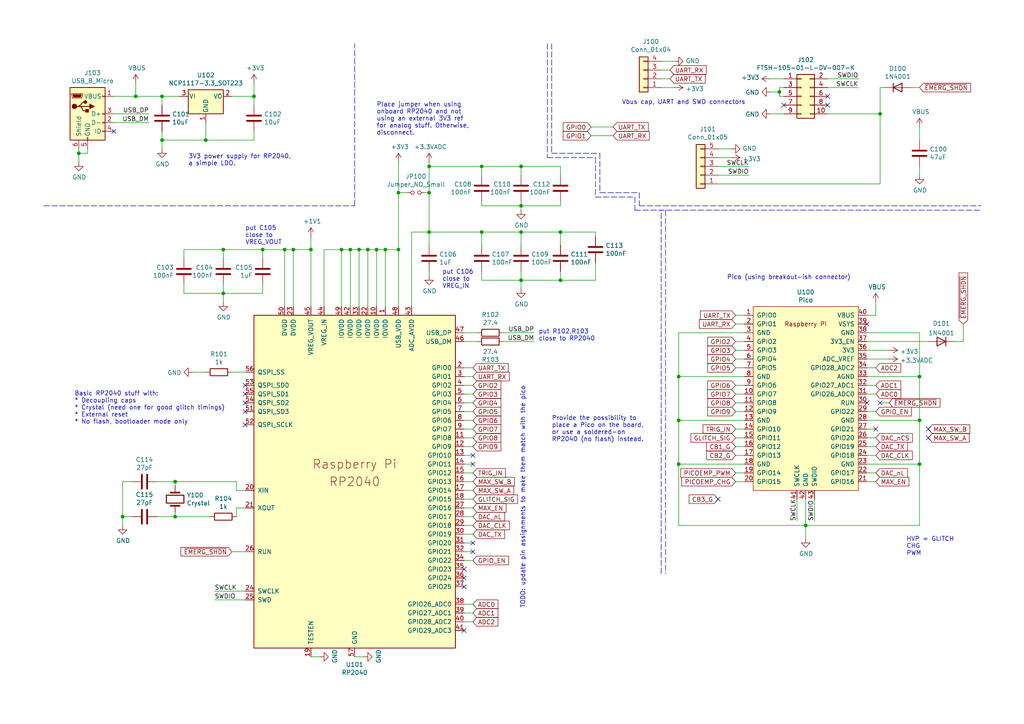
<source format=kicad_sch>
(kicad_sch (version 20211123) (generator eeschema)
  (paper "A4")
  (lib_symbols
    (symbol "Connector:USB_B_Micro" (pin_names (offset 1.016))
      (property "Reference" "J" (at -5.08 11.43 0))
      (property "Value" "USB_B_Micro" (at -5.08 8.89 0))
      (symbol "USB_B_Micro_1_1"
        (pin power_out line (at 7.62 5.08 180) (length 2.54) (name "VBUS") (number "1"))
        (pin bidirectional line (at 7.62 -2.54 180) (length 2.54) (name "D-") (number "2"))
        (pin bidirectional line (at 7.62 0 180) (length 2.54) (name "D+") (number "3"))
        (pin passive line (at 7.62 -5.08 180) (length 2.54) (name "ID") (number "4"))
        (pin power_out line (at 0 -10.16 90) (length 2.54) (name "GND") (number "5"))
        (pin passive line (at -2.54 -10.16 90) (length 2.54) (name "Shield") (number "6"))
      )
    )
    (symbol "Connector_Generic:Conn_01x04" (pin_names (offset 1.016) hide)
      (property "Reference" "J" (at 0 5.08 0))
      (property "Value" "Conn_01x04" (at 0 -7.62 0))
      (symbol "Conn_01x04_1_1"
        (pin passive line (at -5.08 2.54 0) (length 3.81) (name "Pin_1") (number "1"))
        (pin passive line (at -5.08 0 0) (length 3.81) (name "Pin_2") (number "2"))
        (pin passive line (at -5.08 -2.54 0) (length 3.81) (name "Pin_3") (number "3"))
        (pin passive line (at -5.08 -5.08 0) (length 3.81) (name "Pin_4") (number "4"))
      )
    )
    (symbol "Connector_Generic:Conn_01x05" (pin_names (offset 1.016) hide)
      (property "Reference" "J" (at 0 7.62 0))
      (property "Value" "Conn_01x05" (at 0 -7.62 0))
      (symbol "Conn_01x05_1_1"
        (pin passive line (at -5.08 5.08 0) (length 3.81) (name "Pin_1") (number "1"))
        (pin passive line (at -5.08 2.54 0) (length 3.81) (name "Pin_2") (number "2"))
        (pin passive line (at -5.08 0 0) (length 3.81) (name "Pin_3") (number "3"))
        (pin passive line (at -5.08 -2.54 0) (length 3.81) (name "Pin_4") (number "4"))
        (pin passive line (at -5.08 -5.08 0) (length 3.81) (name "Pin_5") (number "5"))
      )
    )
    (symbol "Connector_Generic:Conn_02x05_Odd_Even" (pin_names (offset 1.016) hide)
      (property "Reference" "J" (at 1.27 7.62 0))
      (property "Value" "Conn_02x05_Odd_Even" (at 1.27 -7.62 0))
      (symbol "Conn_02x05_Odd_Even_1_1"
        (pin passive line (at -5.08 5.08 0) (length 3.81) (name "Pin_1") (number "1"))
        (pin passive line (at 7.62 -5.08 180) (length 3.81) (name "Pin_10") (number "10"))
        (pin passive line (at 7.62 5.08 180) (length 3.81) (name "Pin_2") (number "2"))
        (pin passive line (at -5.08 2.54 0) (length 3.81) (name "Pin_3") (number "3"))
        (pin passive line (at 7.62 2.54 180) (length 3.81) (name "Pin_4") (number "4"))
        (pin passive line (at -5.08 0 0) (length 3.81) (name "Pin_5") (number "5"))
        (pin passive line (at 7.62 0 180) (length 3.81) (name "Pin_6") (number "6"))
        (pin passive line (at -5.08 -2.54 0) (length 3.81) (name "Pin_7") (number "7"))
        (pin passive line (at 7.62 -2.54 180) (length 3.81) (name "Pin_8") (number "8"))
        (pin passive line (at -5.08 -5.08 0) (length 3.81) (name "Pin_9") (number "9"))
      )
    )
    (symbol "Device:C" (pin_numbers hide) (pin_names (offset 0.254))
      (property "Reference" "C" (at 0.635 2.54 0))
      (property "Value" "C" (at 0.635 -2.54 0))
      (symbol "C_1_1"
        (pin passive line (at 0 3.81 270) (length 2.794) (name "~") (number "1"))
        (pin passive line (at 0 -3.81 90) (length 2.794) (name "~") (number "2"))
      )
    )
    (symbol "Device:Crystal" (pin_numbers hide) (pin_names (offset 1.016) hide)
      (property "Reference" "Y" (at 0 3.81 0))
      (property "Value" "Crystal" (at 0 -3.81 0))
      (symbol "Crystal_1_1"
        (pin passive line (at -3.81 0 0) (length 1.27) (name "1") (number "1"))
        (pin passive line (at 3.81 0 180) (length 1.27) (name "2") (number "2"))
      )
    )
    (symbol "Device:D" (pin_numbers hide) (pin_names (offset 1.016) hide)
      (property "Reference" "D" (at 0 2.54 0))
      (property "Value" "D" (at 0 -2.54 0))
      (symbol "D_1_1"
        (pin passive line (at -3.81 0 0) (length 2.54) (name "K") (number "1"))
        (pin passive line (at 3.81 0 180) (length 2.54) (name "A") (number "2"))
      )
    )
    (symbol "Device:Jumper_NO_Small" (pin_numbers hide) (pin_names (offset 0.762) hide)
      (property "Reference" "JP" (at 0 2.032 0))
      (property "Value" "Device_Jumper_NO_Small" (at 0.254 -1.524 0))
      (symbol "Jumper_NO_Small_0_1"
        (pin passive line (at -2.54 0 0) (length 1.016) (name "1") (number "1"))
        (pin passive line (at 2.54 0 180) (length 1.016) (name "2") (number "2"))
      )
    )
    (symbol "Device:R" (pin_numbers hide) (pin_names (offset 0))
      (property "Reference" "R" (at 2.032 0 90))
      (property "Value" "R" (at 0 0 90))
      (symbol "R_1_1"
        (pin passive line (at 0 3.81 270) (length 1.27) (name "~") (number "1"))
        (pin passive line (at 0 -3.81 90) (length 1.27) (name "~") (number "2"))
      )
    )
    (symbol "Diode:1N4001" (pin_numbers hide) (pin_names (offset 1.016) hide)
      (property "Reference" "D" (at 0 2.54 0))
      (property "Value" "1N4001" (at 0 -2.54 0))
      (symbol "1N4001_1_1"
        (pin passive line (at -3.81 0 0) (length 2.54) (name "K") (number "1"))
        (pin passive line (at 3.81 0 180) (length 2.54) (name "A") (number "2"))
      )
    )
    (symbol "MCU_RaspberryPi_and_Boards:Pico" (pin_names (offset 1.016))
      (property "Reference" "U" (at -13.97 27.94 0))
      (property "Value" "Pico" (at 0 19.05 0))
      (symbol "Pico_0_0"
        (text "Raspberry Pi" (at 0 21.59 0) (effects (font (size 1.27 1.27))))
      )
      (symbol "Pico_1_1"
        (pin bidirectional line (at -17.78 24.13 0) (length 2.54) (name "GPIO0") (number "1"))
        (pin bidirectional line (at -17.78 1.27 0) (length 2.54) (name "GPIO7") (number "10"))
        (pin bidirectional line (at -17.78 -1.27 0) (length 2.54) (name "GPIO8") (number "11"))
        (pin bidirectional line (at -17.78 -3.81 0) (length 2.54) (name "GPIO9") (number "12"))
        (pin power_in line (at -17.78 -6.35 0) (length 2.54) (name "GND") (number "13"))
        (pin bidirectional line (at -17.78 -8.89 0) (length 2.54) (name "GPIO10") (number "14"))
        (pin bidirectional line (at -17.78 -11.43 0) (length 2.54) (name "GPIO11") (number "15"))
        (pin bidirectional line (at -17.78 -13.97 0) (length 2.54) (name "GPIO12") (number "16"))
        (pin bidirectional line (at -17.78 -16.51 0) (length 2.54) (name "GPIO13") (number "17"))
        (pin power_in line (at -17.78 -19.05 0) (length 2.54) (name "GND") (number "18"))
        (pin bidirectional line (at -17.78 -21.59 0) (length 2.54) (name "GPIO14") (number "19"))
        (pin bidirectional line (at -17.78 21.59 0) (length 2.54) (name "GPIO1") (number "2"))
        (pin bidirectional line (at -17.78 -24.13 0) (length 2.54) (name "GPIO15") (number "20"))
        (pin bidirectional line (at 17.78 -24.13 180) (length 2.54) (name "GPIO16") (number "21"))
        (pin bidirectional line (at 17.78 -21.59 180) (length 2.54) (name "GPIO17") (number "22"))
        (pin power_in line (at 17.78 -19.05 180) (length 2.54) (name "GND") (number "23"))
        (pin bidirectional line (at 17.78 -16.51 180) (length 2.54) (name "GPIO18") (number "24"))
        (pin bidirectional line (at 17.78 -13.97 180) (length 2.54) (name "GPIO19") (number "25"))
        (pin bidirectional line (at 17.78 -11.43 180) (length 2.54) (name "GPIO20") (number "26"))
        (pin bidirectional line (at 17.78 -8.89 180) (length 2.54) (name "GPIO21") (number "27"))
        (pin power_in line (at 17.78 -6.35 180) (length 2.54) (name "GND") (number "28"))
        (pin bidirectional line (at 17.78 -3.81 180) (length 2.54) (name "GPIO22") (number "29"))
        (pin power_in line (at -17.78 19.05 0) (length 2.54) (name "GND") (number "3"))
        (pin input line (at 17.78 -1.27 180) (length 2.54) (name "RUN") (number "30"))
        (pin bidirectional line (at 17.78 1.27 180) (length 2.54) (name "GPIO26_ADC0") (number "31"))
        (pin bidirectional line (at 17.78 3.81 180) (length 2.54) (name "GPIO27_ADC1") (number "32"))
        (pin power_in line (at 17.78 6.35 180) (length 2.54) (name "AGND") (number "33"))
        (pin bidirectional line (at 17.78 8.89 180) (length 2.54) (name "GPIO28_ADC2") (number "34"))
        (pin unspecified line (at 17.78 11.43 180) (length 2.54) (name "ADC_VREF") (number "35"))
        (pin unspecified line (at 17.78 13.97 180) (length 2.54) (name "3V3") (number "36"))
        (pin input line (at 17.78 16.51 180) (length 2.54) (name "3V3_EN") (number "37"))
        (pin bidirectional line (at 17.78 19.05 180) (length 2.54) (name "GND") (number "38"))
        (pin unspecified line (at 17.78 21.59 180) (length 2.54) (name "VSYS") (number "39"))
        (pin bidirectional line (at -17.78 16.51 0) (length 2.54) (name "GPIO2") (number "4"))
        (pin unspecified line (at 17.78 24.13 180) (length 2.54) (name "VBUS") (number "40"))
        (pin input line (at -2.54 -29.21 90) (length 2.54) (name "SWCLK") (number "41"))
        (pin power_in line (at 0 -29.21 90) (length 2.54) (name "GND") (number "42"))
        (pin bidirectional line (at 2.54 -29.21 90) (length 2.54) (name "SWDIO") (number "43"))
        (pin bidirectional line (at -17.78 13.97 0) (length 2.54) (name "GPIO3") (number "5"))
        (pin bidirectional line (at -17.78 11.43 0) (length 2.54) (name "GPIO4") (number "6"))
        (pin bidirectional line (at -17.78 8.89 0) (length 2.54) (name "GPIO5") (number "7"))
        (pin power_in line (at -17.78 6.35 0) (length 2.54) (name "GND") (number "8"))
        (pin bidirectional line (at -17.78 3.81 0) (length 2.54) (name "GPIO6") (number "9"))
      )
    )
    (symbol "MCU_RaspberryPi_and_Boards:RP2040" (pin_names (offset 1.016))
      (property "Reference" "U" (at -29.21 49.53 0))
      (property "Value" "RP2040" (at 24.13 -49.53 0))
      (symbol "RP2040_0_0"
        (text "Raspberry Pi" (at 0 5.08 0) (effects (font (size 2.54 2.54))))
        (text "RP2040" (at 0 0 0) (effects (font (size 2.54 2.54))))
      )
      (symbol "RP2040_1_1"
        (pin power_in line (at 8.89 50.8 270) (length 2.54) (name "IOVDD") (number "1"))
        (pin power_in line (at 6.35 50.8 270) (length 2.54) (name "IOVDD") (number "10"))
        (pin bidirectional line (at 31.75 12.7 180) (length 2.54) (name "GPIO8") (number "11"))
        (pin bidirectional line (at 31.75 10.16 180) (length 2.54) (name "GPIO9") (number "12"))
        (pin bidirectional line (at 31.75 7.62 180) (length 2.54) (name "GPIO10") (number "13"))
        (pin bidirectional line (at 31.75 5.08 180) (length 2.54) (name "GPIO11") (number "14"))
        (pin bidirectional line (at 31.75 2.54 180) (length 2.54) (name "GPIO12") (number "15"))
        (pin bidirectional line (at 31.75 0 180) (length 2.54) (name "GPIO13") (number "16"))
        (pin bidirectional line (at 31.75 -2.54 180) (length 2.54) (name "GPIO14") (number "17"))
        (pin bidirectional line (at 31.75 -5.08 180) (length 2.54) (name "GPIO15") (number "18"))
        (pin passive line (at -12.7 -50.8 90) (length 2.54) (name "TESTEN") (number "19"))
        (pin bidirectional line (at 31.75 33.02 180) (length 2.54) (name "GPIO0") (number "2"))
        (pin input line (at -31.75 -2.54 0) (length 2.54) (name "XIN") (number "20"))
        (pin passive line (at -31.75 -7.62 0) (length 2.54) (name "XOUT") (number "21"))
        (pin power_in line (at 3.81 50.8 270) (length 2.54) (name "IOVDD") (number "22"))
        (pin power_in line (at -17.78 50.8 270) (length 2.54) (name "DVDD") (number "23"))
        (pin output line (at -31.75 -31.75 0) (length 2.54) (name "SWCLK") (number "24"))
        (pin bidirectional line (at -31.75 -34.29 0) (length 2.54) (name "SWD") (number "25"))
        (pin input line (at -31.75 -20.32 0) (length 2.54) (name "RUN") (number "26"))
        (pin bidirectional line (at 31.75 -7.62 180) (length 2.54) (name "GPIO16") (number "27"))
        (pin bidirectional line (at 31.75 -10.16 180) (length 2.54) (name "GPIO17") (number "28"))
        (pin bidirectional line (at 31.75 -12.7 180) (length 2.54) (name "GPIO18") (number "29"))
        (pin bidirectional line (at 31.75 30.48 180) (length 2.54) (name "GPIO1") (number "3"))
        (pin bidirectional line (at 31.75 -15.24 180) (length 2.54) (name "GPIO19") (number "30"))
        (pin bidirectional line (at 31.75 -17.78 180) (length 2.54) (name "GPIO20") (number "31"))
        (pin bidirectional line (at 31.75 -20.32 180) (length 2.54) (name "GPIO21") (number "32"))
        (pin power_in line (at 1.27 50.8 270) (length 2.54) (name "IOVDD") (number "33"))
        (pin bidirectional line (at 31.75 -22.86 180) (length 2.54) (name "GPIO22") (number "34"))
        (pin bidirectional line (at 31.75 -25.4 180) (length 2.54) (name "GPIO23") (number "35"))
        (pin bidirectional line (at 31.75 -27.94 180) (length 2.54) (name "GPIO24") (number "36"))
        (pin bidirectional line (at 31.75 -30.48 180) (length 2.54) (name "GPIO25") (number "37"))
        (pin bidirectional line (at 31.75 -35.56 180) (length 2.54) (name "GPIO26_ADC0") (number "38"))
        (pin bidirectional line (at 31.75 -38.1 180) (length 2.54) (name "GPIO27_ADC1") (number "39"))
        (pin bidirectional line (at 31.75 27.94 180) (length 2.54) (name "GPIO2") (number "4"))
        (pin bidirectional line (at 31.75 -40.64 180) (length 2.54) (name "GPIO28_ADC2") (number "40"))
        (pin bidirectional line (at 31.75 -43.18 180) (length 2.54) (name "GPIO29_ADC3") (number "41"))
        (pin power_in line (at -1.27 50.8 270) (length 2.54) (name "IOVDD") (number "42"))
        (pin power_in line (at 16.51 50.8 270) (length 2.54) (name "ADC_AVDD") (number "43"))
        (pin power_in line (at -8.89 50.8 270) (length 2.54) (name "VREG_IN") (number "44"))
        (pin power_out line (at -12.7 50.8 270) (length 2.54) (name "VREG_VOUT") (number "45"))
        (pin bidirectional line (at 31.75 40.64 180) (length 2.54) (name "USB_DM") (number "46"))
        (pin bidirectional line (at 31.75 43.18 180) (length 2.54) (name "USB_DP") (number "47"))
        (pin power_in line (at 12.7 50.8 270) (length 2.54) (name "USB_VDD") (number "48"))
        (pin power_in line (at -3.81 50.8 270) (length 2.54) (name "IOVDD") (number "49"))
        (pin bidirectional line (at 31.75 25.4 180) (length 2.54) (name "GPIO3") (number "5"))
        (pin power_in line (at -20.32 50.8 270) (length 2.54) (name "DVDD") (number "50"))
        (pin bidirectional line (at -31.75 20.32 0) (length 2.54) (name "QSPI_SD3") (number "51"))
        (pin output line (at -31.75 16.51 0) (length 2.54) (name "QSPI_SCLK") (number "52"))
        (pin bidirectional line (at -31.75 27.94 0) (length 2.54) (name "QSPI_SD0") (number "53"))
        (pin bidirectional line (at -31.75 22.86 0) (length 2.54) (name "QSPI_SD2") (number "54"))
        (pin bidirectional line (at -31.75 25.4 0) (length 2.54) (name "QSPI_SD1") (number "55"))
        (pin bidirectional line (at -31.75 31.75 0) (length 2.54) (name "QSPI_SS") (number "56"))
        (pin power_in line (at 0 -50.8 90) (length 2.54) (name "GND") (number "57"))
        (pin bidirectional line (at 31.75 22.86 180) (length 2.54) (name "GPIO4") (number "6"))
        (pin bidirectional line (at 31.75 20.32 180) (length 2.54) (name "GPIO5") (number "7"))
        (pin bidirectional line (at 31.75 17.78 180) (length 2.54) (name "GPIO6") (number "8"))
        (pin bidirectional line (at 31.75 15.24 180) (length 2.54) (name "GPIO7") (number "9"))
      )
    )
    (symbol "Regulator_Linear:NCP1117-3.3_SOT223" (pin_names (offset 0.254))
      (property "Reference" "U" (at -3.81 3.175 0))
      (property "Value" "NCP1117-3.3_SOT223" (at 0 3.175 0))
      (symbol "NCP1117-3.3_SOT223_1_1"
        (pin power_in line (at 0 -7.62 90) (length 2.54) (name "GND") (number "1"))
        (pin power_out line (at 7.62 0 180) (length 2.54) (name "VO") (number "2"))
        (pin power_in line (at -7.62 0 0) (length 2.54) (name "VI") (number "3"))
      )
    )
    (symbol "power:+1V1" (power) (pin_names (offset 0))
      (property "Value" "+1V1" (at 0 3.556 0))
      (symbol "+1V1_1_1"
        (pin power_in line (at 0 0 90) (length 0) hide (name "+1V1") (number "1"))
      )
    )
    (symbol "power:+3.3VADC" (power) (pin_names (offset 0))
      (property "Value" "+3.3VADC" (at 0 2.54 0))
      (symbol "+3.3VADC_0_0"
        (pin power_in line (at 0 0 90) (length 0) hide (name "+3.3VADC") (number "1"))
      )
    )
    (symbol "power:+3V3" (power) (pin_names (offset 0))
      (property "Value" "+3V3" (at 0 3.556 0))
      (symbol "+3V3_1_1"
        (pin power_in line (at 0 0 90) (length 0) hide (name "+3V3") (number "1"))
      )
    )
    (symbol "power:GND" (power) (pin_names (offset 0))
      (property "Value" "GND" (at 0 -3.81 0))
      (symbol "GND_1_1"
        (pin power_in line (at 0 0 270) (length 0) hide (name "GND") (number "1"))
      )
    )
    (symbol "power:VBUS" (power) (pin_names (offset 0))
      (property "Value" "VBUS" (at 0 3.81 0))
      (symbol "VBUS_1_1"
        (pin power_in line (at 0 0 90) (length 0) hide (name "VBUS") (number "1"))
      )
    )
  )
  (junction (at 233.68 152.4))
  (junction (at 151.13 81.28))
  (junction (at 82.55 72.39))
  (junction (at 266.7 109.22))
  (junction (at 90.17 72.39))
  (junction (at 59.69 40.64))
  (junction (at 162.56 67.31))
  (junction (at 104.14 72.39))
  (junction (at 106.68 72.39))
  (junction (at 115.57 55.88))
  (junction (at 124.46 55.88))
  (junction (at 196.85 134.62))
  (junction (at 76.2 72.39))
  (junction (at 255.27 33.02))
  (junction (at 111.76 72.39))
  (junction (at 109.22 72.39))
  (junction (at 139.7 67.31))
  (junction (at 99.06 72.39))
  (junction (at 115.57 72.39))
  (junction (at 46.99 40.64))
  (junction (at 139.7 48.26))
  (junction (at 124.46 67.31))
  (junction (at 39.37 27.94))
  (junction (at 196.85 109.22))
  (junction (at 124.46 48.26))
  (junction (at 50.8 139.7))
  (junction (at 266.7 121.92))
  (junction (at 266.7 134.62))
  (junction (at 151.13 59.69))
  (junction (at 50.8 149.86))
  (junction (at 22.86 44.45))
  (junction (at 64.77 85.09))
  (junction (at 85.09 72.39))
  (junction (at 151.13 67.31))
  (junction (at 226.06 26.67))
  (junction (at 151.13 48.26))
  (junction (at 35.56 149.86))
  (junction (at 64.77 72.39))
  (junction (at 196.85 121.92))
  (junction (at 101.6 72.39))
  (junction (at 73.66 27.94))
  (junction (at 46.99 27.94))
  (junction (at 162.56 81.28))
  (no_connect (at 251.46 116.84))
  (no_connect (at 269.24 127))
  (no_connect (at 269.24 124.46))
  (no_connect (at 134.62 170.18))
  (no_connect (at 134.62 182.88))
  (no_connect (at 71.12 114.3))
  (no_connect (at 71.12 123.19))
  (no_connect (at 227.33 30.48))
  (no_connect (at 137.16 160.02))
  (no_connect (at 33.02 38.1))
  (no_connect (at 255.27 116.84))
  (no_connect (at 71.12 111.76))
  (no_connect (at 240.03 27.94))
  (no_connect (at 134.62 167.64))
  (no_connect (at 251.46 93.98))
  (no_connect (at 137.16 132.08))
  (no_connect (at 137.16 134.62))
  (no_connect (at 137.16 157.48))
  (no_connect (at 208.28 144.78))
  (no_connect (at 254 124.46))
  (no_connect (at 134.62 165.1))
  (no_connect (at 71.12 119.38))
  (no_connect (at 240.03 30.48))
  (no_connect (at 71.12 116.84))
  (wire (pts (xy 67.31 107.95) (xy 71.12 107.95)))
  (wire (pts (xy 215.9 129.54) (xy 213.36 129.54)))
  (wire (pts (xy 137.16 157.48) (xy 134.62 157.48)))
  (wire (pts (xy 115.57 55.88) (xy 115.57 72.39)))
  (wire (pts (xy 139.7 67.31) (xy 151.13 67.31)))
  (wire (pts (xy 71.12 142.24) (xy 68.58 142.24)))
  (wire (pts (xy 226.06 26.67) (xy 223.52 26.67)))
  (wire (pts (xy 53.34 85.09) (xy 53.34 82.55)))
  (wire (pts (xy 53.34 72.39) (xy 64.77 72.39)))
  (wire (pts (xy 196.85 121.92) (xy 196.85 134.62)))
  (wire (pts (xy 251.46 132.08) (xy 254 132.08)))
  (wire (pts (xy 134.62 106.68) (xy 137.16 106.68)))
  (wire (pts (xy 151.13 59.69) (xy 162.56 59.69)))
  (wire (pts (xy 266.7 134.62) (xy 266.7 121.92)))
  (wire (pts (xy 134.62 119.38) (xy 137.16 119.38)))
  (wire (pts (xy 139.7 81.28) (xy 139.7 78.74)))
  (wire (pts (xy 146.05 96.52) (xy 154.94 96.52)))
  (wire (pts (xy 215.9 96.52) (xy 196.85 96.52)))
  (wire (pts (xy 266.7 40.64) (xy 266.7 36.83)))
  (polyline (pts (xy 185.42 55.88) (xy 185.42 59.69)))
  (wire (pts (xy 233.68 152.4) (xy 233.68 156.21)))
  (wire (pts (xy 226.06 27.94) (xy 227.33 27.94)))
  (polyline (pts (xy 173.99 44.45) (xy 173.99 55.88)))
  (wire (pts (xy 226.06 26.67) (xy 226.06 27.94)))
  (wire (pts (xy 50.8 140.97) (xy 50.8 139.7)))
  (wire (pts (xy 134.62 111.76) (xy 137.16 111.76)))
  (wire (pts (xy 137.16 124.46) (xy 134.62 124.46)))
  (wire (pts (xy 73.66 27.94) (xy 73.66 30.48)))
  (wire (pts (xy 134.62 132.08) (xy 137.16 132.08)))
  (wire (pts (xy 213.36 119.38) (xy 215.9 119.38)))
  (wire (pts (xy 162.56 59.69) (xy 162.56 58.42)))
  (wire (pts (xy 76.2 72.39) (xy 76.2 74.93)))
  (wire (pts (xy 171.45 36.83) (xy 177.8 36.83)))
  (wire (pts (xy 119.38 67.31) (xy 119.38 88.9)))
  (wire (pts (xy 257.81 101.6) (xy 251.46 101.6)))
  (wire (pts (xy 134.62 137.16) (xy 137.16 137.16)))
  (wire (pts (xy 266.7 50.8) (xy 266.7 48.26)))
  (wire (pts (xy 196.85 121.92) (xy 196.85 109.22)))
  (wire (pts (xy 151.13 81.28) (xy 139.7 81.28)))
  (wire (pts (xy 251.46 111.76) (xy 254 111.76)))
  (wire (pts (xy 137.16 177.8) (xy 134.62 177.8)))
  (wire (pts (xy 266.7 109.22) (xy 251.46 109.22)))
  (wire (pts (xy 171.45 39.37) (xy 177.8 39.37)))
  (wire (pts (xy 137.16 144.78) (xy 134.62 144.78)))
  (wire (pts (xy 45.72 149.86) (xy 50.8 149.86)))
  (polyline (pts (xy 158.75 12.7) (xy 158.75 45.72)))
  (polyline (pts (xy 172.72 57.15) (xy 184.15 57.15)))
  (wire (pts (xy 213.36 106.68) (xy 215.9 106.68)))
  (wire (pts (xy 208.28 53.34) (xy 255.27 53.34)))
  (wire (pts (xy 137.16 162.56) (xy 134.62 162.56)))
  (wire (pts (xy 73.66 40.64) (xy 73.66 38.1)))
  (wire (pts (xy 213.36 139.7) (xy 215.9 139.7)))
  (wire (pts (xy 162.56 81.28) (xy 151.13 81.28)))
  (wire (pts (xy 151.13 78.74) (xy 151.13 81.28)))
  (wire (pts (xy 255.27 53.34) (xy 255.27 33.02)))
  (wire (pts (xy 124.46 55.88) (xy 124.46 67.31)))
  (wire (pts (xy 52.07 27.94) (xy 46.99 27.94)))
  (wire (pts (xy 134.62 147.32) (xy 137.16 147.32)))
  (wire (pts (xy 46.99 43.18) (xy 46.99 40.64)))
  (wire (pts (xy 46.99 40.64) (xy 59.69 40.64)))
  (wire (pts (xy 139.7 67.31) (xy 139.7 71.12)))
  (wire (pts (xy 172.72 67.31) (xy 172.72 68.58)))
  (wire (pts (xy 111.76 72.39) (xy 115.57 72.39)))
  (wire (pts (xy 137.16 134.62) (xy 134.62 134.62)))
  (wire (pts (xy 105.41 190.5) (xy 102.87 190.5)))
  (wire (pts (xy 257.81 116.84) (xy 255.27 116.84)))
  (wire (pts (xy 124.46 55.88) (xy 124.46 48.26)))
  (wire (pts (xy 233.68 144.78) (xy 233.68 152.4)))
  (wire (pts (xy 101.6 88.9) (xy 101.6 72.39)))
  (wire (pts (xy 35.56 139.7) (xy 38.1 139.7)))
  (wire (pts (xy 251.46 91.44) (xy 254 91.44)))
  (wire (pts (xy 266.7 96.52) (xy 251.46 96.52)))
  (wire (pts (xy 139.7 58.42) (xy 139.7 59.69)))
  (wire (pts (xy 213.36 127) (xy 215.9 127)))
  (wire (pts (xy 255.27 25.4) (xy 255.27 33.02)))
  (wire (pts (xy 139.7 48.26) (xy 139.7 50.8)))
  (wire (pts (xy 134.62 127) (xy 137.16 127)))
  (wire (pts (xy 64.77 72.39) (xy 64.77 74.93)))
  (wire (pts (xy 50.8 139.7) (xy 68.58 139.7)))
  (wire (pts (xy 172.72 76.2) (xy 172.72 81.28)))
  (wire (pts (xy 213.36 132.08) (xy 215.9 132.08)))
  (wire (pts (xy 134.62 121.92) (xy 137.16 121.92)))
  (wire (pts (xy 208.28 48.26) (xy 217.17 48.26)))
  (wire (pts (xy 109.22 72.39) (xy 111.76 72.39)))
  (wire (pts (xy 93.98 88.9) (xy 93.98 72.39)))
  (wire (pts (xy 191.77 17.78) (xy 195.58 17.78)))
  (wire (pts (xy 134.62 99.06) (xy 138.43 99.06)))
  (wire (pts (xy 162.56 78.74) (xy 162.56 81.28)))
  (wire (pts (xy 137.16 149.86) (xy 134.62 149.86)))
  (wire (pts (xy 137.16 116.84) (xy 134.62 116.84)))
  (wire (pts (xy 196.85 109.22) (xy 215.9 109.22)))
  (wire (pts (xy 266.7 121.92) (xy 251.46 121.92)))
  (polyline (pts (xy 158.75 45.72) (xy 172.72 45.72)))
  (wire (pts (xy 240.03 33.02) (xy 255.27 33.02)))
  (polyline (pts (xy 191.77 166.37) (xy 191.77 60.96)))
  (wire (pts (xy 25.4 44.45) (xy 25.4 43.18)))
  (wire (pts (xy 208.28 43.18) (xy 212.09 43.18)))
  (wire (pts (xy 134.62 180.34) (xy 137.16 180.34)))
  (wire (pts (xy 115.57 46.99) (xy 115.57 55.88)))
  (wire (pts (xy 115.57 88.9) (xy 115.57 72.39)))
  (wire (pts (xy 104.14 72.39) (xy 106.68 72.39)))
  (wire (pts (xy 151.13 48.26) (xy 162.56 48.26)))
  (wire (pts (xy 67.31 27.94) (xy 73.66 27.94)))
  (wire (pts (xy 255.27 25.4) (xy 256.54 25.4)))
  (wire (pts (xy 254 119.38) (xy 251.46 119.38)))
  (wire (pts (xy 60.96 149.86) (xy 50.8 149.86)))
  (wire (pts (xy 46.99 40.64) (xy 46.99 38.1)))
  (wire (pts (xy 266.7 152.4) (xy 266.7 134.62)))
  (wire (pts (xy 82.55 72.39) (xy 82.55 88.9)))
  (wire (pts (xy 68.58 139.7) (xy 68.58 142.24)))
  (wire (pts (xy 33.02 33.02) (xy 43.18 33.02)))
  (wire (pts (xy 264.16 25.4) (xy 266.7 25.4)))
  (wire (pts (xy 254 137.16) (xy 251.46 137.16)))
  (wire (pts (xy 64.77 85.09) (xy 76.2 85.09)))
  (polyline (pts (xy 160.02 44.45) (xy 173.99 44.45)))
  (wire (pts (xy 196.85 152.4) (xy 233.68 152.4)))
  (wire (pts (xy 254 91.44) (xy 254 87.63)))
  (wire (pts (xy 146.05 99.06) (xy 154.94 99.06)))
  (wire (pts (xy 35.56 152.4) (xy 35.56 149.86)))
  (wire (pts (xy 123.19 55.88) (xy 124.46 55.88)))
  (wire (pts (xy 139.7 48.26) (xy 151.13 48.26)))
  (wire (pts (xy 68.58 147.32) (xy 71.12 147.32)))
  (wire (pts (xy 118.11 55.88) (xy 115.57 55.88)))
  (wire (pts (xy 251.46 99.06) (xy 269.24 99.06)))
  (wire (pts (xy 134.62 96.52) (xy 138.43 96.52)))
  (wire (pts (xy 279.4 99.06) (xy 276.86 99.06)))
  (wire (pts (xy 233.68 152.4) (xy 266.7 152.4)))
  (wire (pts (xy 124.46 71.12) (xy 124.46 67.31)))
  (wire (pts (xy 240.03 25.4) (xy 248.92 25.4)))
  (wire (pts (xy 134.62 160.02) (xy 137.16 160.02)))
  (wire (pts (xy 99.06 72.39) (xy 101.6 72.39)))
  (wire (pts (xy 39.37 24.13) (xy 39.37 27.94)))
  (wire (pts (xy 38.1 149.86) (xy 35.56 149.86)))
  (polyline (pts (xy 185.42 59.69) (xy 284.48 59.69)))
  (wire (pts (xy 226.06 25.4) (xy 226.06 26.67)))
  (wire (pts (xy 162.56 67.31) (xy 172.72 67.31)))
  (wire (pts (xy 240.03 22.86) (xy 248.92 22.86)))
  (wire (pts (xy 101.6 72.39) (xy 104.14 72.39)))
  (wire (pts (xy 251.46 127) (xy 254 127)))
  (wire (pts (xy 215.9 124.46) (xy 213.36 124.46)))
  (wire (pts (xy 99.06 88.9) (xy 99.06 72.39)))
  (wire (pts (xy 50.8 149.86) (xy 50.8 148.59)))
  (wire (pts (xy 35.56 149.86) (xy 35.56 139.7)))
  (wire (pts (xy 137.16 154.94) (xy 134.62 154.94)))
  (wire (pts (xy 62.23 171.45) (xy 71.12 171.45)))
  (polyline (pts (xy 184.15 57.15) (xy 184.15 60.96)))
  (wire (pts (xy 227.33 33.02) (xy 223.52 33.02)))
  (wire (pts (xy 64.77 82.55) (xy 64.77 85.09)))
  (wire (pts (xy 151.13 81.28) (xy 151.13 83.82)))
  (wire (pts (xy 137.16 139.7) (xy 134.62 139.7)))
  (wire (pts (xy 151.13 59.69) (xy 151.13 60.96)))
  (wire (pts (xy 134.62 175.26) (xy 137.16 175.26)))
  (polyline (pts (xy 172.72 45.72) (xy 172.72 57.15)))
  (polyline (pts (xy 173.99 55.88) (xy 185.42 55.88)))
  (wire (pts (xy 254 124.46) (xy 251.46 124.46)))
  (wire (pts (xy 213.36 93.98) (xy 215.9 93.98)))
  (wire (pts (xy 137.16 129.54) (xy 134.62 129.54)))
  (wire (pts (xy 62.23 173.99) (xy 71.12 173.99)))
  (wire (pts (xy 162.56 48.26) (xy 162.56 50.8)))
  (wire (pts (xy 106.68 88.9) (xy 106.68 72.39)))
  (wire (pts (xy 124.46 48.26) (xy 139.7 48.26)))
  (polyline (pts (xy 193.04 60.96) (xy 193.04 166.37)))
  (wire (pts (xy 67.31 160.02) (xy 71.12 160.02)))
  (wire (pts (xy 55.88 107.95) (xy 59.69 107.95)))
  (wire (pts (xy 106.68 72.39) (xy 109.22 72.39)))
  (wire (pts (xy 90.17 190.5) (xy 92.71 190.5)))
  (wire (pts (xy 39.37 27.94) (xy 46.99 27.94)))
  (wire (pts (xy 151.13 67.31) (xy 151.13 71.12)))
  (wire (pts (xy 134.62 152.4) (xy 137.16 152.4)))
  (wire (pts (xy 85.09 72.39) (xy 90.17 72.39)))
  (wire (pts (xy 53.34 85.09) (xy 64.77 85.09)))
  (wire (pts (xy 151.13 48.26) (xy 151.13 50.8)))
  (wire (pts (xy 22.86 44.45) (xy 22.86 43.18)))
  (wire (pts (xy 104.14 88.9) (xy 104.14 72.39)))
  (wire (pts (xy 227.33 25.4) (xy 226.06 25.4)))
  (wire (pts (xy 172.72 81.28) (xy 162.56 81.28)))
  (wire (pts (xy 90.17 68.58) (xy 90.17 72.39)))
  (wire (pts (xy 257.81 104.14) (xy 251.46 104.14)))
  (wire (pts (xy 266.7 121.92) (xy 266.7 109.22)))
  (polyline (pts (xy 102.87 59.69) (xy 102.87 12.7)))
  (wire (pts (xy 93.98 72.39) (xy 99.06 72.39)))
  (wire (pts (xy 137.16 109.22) (xy 134.62 109.22)))
  (wire (pts (xy 196.85 134.62) (xy 215.9 134.62)))
  (wire (pts (xy 68.58 149.86) (xy 68.58 147.32)))
  (wire (pts (xy 85.09 72.39) (xy 85.09 88.9)))
  (wire (pts (xy 76.2 72.39) (xy 82.55 72.39)))
  (wire (pts (xy 111.76 88.9) (xy 111.76 72.39)))
  (wire (pts (xy 215.9 137.16) (xy 213.36 137.16)))
  (wire (pts (xy 82.55 72.39) (xy 85.09 72.39)))
  (wire (pts (xy 254 114.3) (xy 251.46 114.3)))
  (wire (pts (xy 227.33 22.86) (xy 223.52 22.86)))
  (wire (pts (xy 64.77 72.39) (xy 76.2 72.39)))
  (wire (pts (xy 33.02 35.56) (xy 43.18 35.56)))
  (wire (pts (xy 215.9 121.92) (xy 196.85 121.92)))
  (wire (pts (xy 194.31 20.32) (xy 191.77 20.32)))
  (wire (pts (xy 39.37 27.94) (xy 33.02 27.94)))
  (wire (pts (xy 266.7 109.22) (xy 266.7 96.52)))
  (polyline (pts (xy 184.15 60.96) (xy 284.48 60.96)))
  (wire (pts (xy 50.8 139.7) (xy 45.72 139.7)))
  (wire (pts (xy 191.77 25.4) (xy 195.58 25.4)))
  (wire (pts (xy 64.77 85.09) (xy 64.77 87.63)))
  (wire (pts (xy 266.7 134.62) (xy 251.46 134.62)))
  (wire (pts (xy 124.46 67.31) (xy 139.7 67.31)))
  (wire (pts (xy 215.9 99.06) (xy 213.36 99.06)))
  (wire (pts (xy 59.69 40.64) (xy 59.69 35.56)))
  (wire (pts (xy 46.99 27.94) (xy 46.99 30.48)))
  (wire (pts (xy 215.9 101.6) (xy 213.36 101.6)))
  (wire (pts (xy 208.28 45.72) (xy 212.09 45.72)))
  (wire (pts (xy 208.28 50.8) (xy 217.17 50.8)))
  (wire (pts (xy 231.14 144.78) (xy 231.14 151.13)))
  (wire (pts (xy 151.13 67.31) (xy 162.56 67.31)))
  (wire (pts (xy 279.4 93.98) (xy 279.4 99.06)))
  (wire (pts (xy 251.46 139.7) (xy 254 139.7)))
  (wire (pts (xy 196.85 134.62) (xy 196.85 152.4)))
  (wire (pts (xy 151.13 58.42) (xy 151.13 59.69)))
  (wire (pts (xy 215.9 91.44) (xy 213.36 91.44)))
  (wire (pts (xy 139.7 59.69) (xy 151.13 59.69)))
  (wire (pts (xy 134.62 114.3) (xy 137.16 114.3)))
  (wire (pts (xy 213.36 104.14) (xy 215.9 104.14)))
  (wire (pts (xy 124.46 80.01) (xy 124.46 78.74)))
  (wire (pts (xy 162.56 67.31) (xy 162.56 71.12)))
  (wire (pts (xy 76.2 82.55) (xy 76.2 85.09)))
  (wire (pts (xy 196.85 96.52) (xy 196.85 109.22)))
  (wire (pts (xy 191.77 22.86) (xy 194.31 22.86)))
  (wire (pts (xy 215.9 111.76) (xy 213.36 111.76)))
  (wire (pts (xy 251.46 106.68) (xy 254 106.68)))
  (wire (pts (xy 124.46 67.31) (xy 119.38 67.31)))
  (wire (pts (xy 109.22 88.9) (xy 109.22 72.39)))
  (wire (pts (xy 53.34 74.93) (xy 53.34 72.39)))
  (wire (pts (xy 254 129.54) (xy 251.46 129.54)))
  (wire (pts (xy 59.69 40.64) (xy 73.66 40.64)))
  (wire (pts (xy 22.86 44.45) (xy 25.4 44.45)))
  (wire (pts (xy 22.86 46.99) (xy 22.86 44.45)))
  (wire (pts (xy 134.62 142.24) (xy 137.16 142.24)))
  (wire (pts (xy 73.66 27.94) (xy 73.66 24.13)))
  (wire (pts (xy 124.46 48.26) (xy 124.46 46.99)))
  (wire (pts (xy 215.9 116.84) (xy 213.36 116.84)))
  (wire (pts (xy 90.17 72.39) (xy 90.17 88.9)))
  (wire (pts (xy 236.22 144.78) (xy 236.22 151.13)))
  (wire (pts (xy 213.36 114.3) (xy 215.9 114.3)))
  (polyline (pts (xy 160.02 12.7) (xy 160.02 44.45)))
  (polyline (pts (xy 12.7 59.69) (xy 102.87 59.69)))
  (text "Place jumper when using\nonboard RP2040 and not\nusing an external 3V3 ref\nfor analog stuff. Otherwise,\ndisconnect." (at 109.22 39.37 0) (effects (font (size 1.27 1.27)) (justify left bottom)))
  (text "TODO: update pin assignments to make them match with the pico" (at 152.4 176.53 90) (effects (font (size 1.27 1.27)) (justify left bottom)))
  (text "put C106\nclose to\nVREG_IN" (at 128.27 83.82 0) (effects (font (size 1.27 1.27)) (justify left bottom)))
  (text "Vbus cap, UART and SWD connectors" (at 180.34 30.48 0) (effects (font (size 1.27 1.27)) (justify left bottom)))
  (text "HVP = GLITCH\nCHG\nPWM" (at 262.89 161.29 0) (effects (font (size 1.27 1.27)) (justify left bottom)))
  (text "put C105\nclose to\nVREG_VOUT" (at 71.12 71.12 0) (effects (font (size 1.27 1.27)) (justify left bottom)))
  (text "Pico (using breakout-ish connector)" (at 210.82 81.28 0) (effects (font (size 1.27 1.27)) (justify left bottom)))
  (text "3V3 power supply for RP2040,\na simple LDO." (at 54.61 48.26 0) (effects (font (size 1.27 1.27)) (justify left bottom)))
  (text "put R102,R103\nclose to RP2040" (at 156.21 99.06 0) (effects (font (size 1.27 1.27)) (justify left bottom)))
  (text "Basic RP2040 stuff with:\n* Decoupling caps\n* Crystal (need one for good glitch timings)\n* External reset\n* No flash, bootloader mode only" (at 21.59 123.19 0) (effects (font (size 1.27 1.27)) (justify left bottom)))
  (text "Provide the possibility to\nplace a Pico on the board,\nor use a soldered-on\nRP2040 (no flash) instead." (at 160.02 128.27 0) (effects (font (size 1.27 1.27)) (justify left bottom)))
  (label "SWCLK" (at 217.17 48.26 180))
  (label "USB_DM" (at 43.18 35.56 180))
  (label "SWCLK" (at 62.23 171.45 0))
  (label "USB_DM" (at 154.94 99.06 180))
  (label "SWDIO" (at 236.22 151.13 90))
  (label "SWDIO" (at 248.92 22.86 180))
  (label "USB_DP" (at 43.18 33.02 180))
  (label "SWCLK" (at 248.92 25.4 180))
  (label "USB_DP" (at 154.94 96.52 180))
  (label "SWDIO" (at 62.23 173.99 0))
  (label "SWDIO" (at 217.17 50.8 180))
  (label "SWCLK" (at 231.14 151.13 90))
  (global_label "CB1_G" (shape input) (at 213.36 129.54 180) (property "Intersheet References" "${INTERSHEET_REFS}" (effects hide)))
  (global_label "GPIO2" (shape input) (at 137.16 111.76 0) (property "Intersheet References" "${INTERSHEET_REFS}" (effects hide)))
  (global_label "~{EMERG_SHDN}" (shape input) (at 67.31 160.02 180) (property "Intersheet References" "${INTERSHEET_REFS}" (effects hide)))
  (global_label "ADC0" (shape input) (at 137.16 175.26 0) (property "Intersheet References" "${INTERSHEET_REFS}" (effects hide)))
  (global_label "DAC_nL" (shape input) (at 254 137.16 0) (property "Intersheet References" "${INTERSHEET_REFS}" (effects hide)))
  (global_label "TRIG_IN" (shape input) (at 137.16 137.16 0) (property "Intersheet References" "${INTERSHEET_REFS}" (effects hide)))
  (global_label "ADC2" (shape input) (at 254 106.68 0) (property "Intersheet References" "${INTERSHEET_REFS}" (effects hide)))
  (global_label "TRIG_IN" (shape input) (at 213.36 124.46 180) (property "Intersheet References" "${INTERSHEET_REFS}" (effects hide)))
  (global_label "ADC1" (shape input) (at 137.16 177.8 0) (property "Intersheet References" "${INTERSHEET_REFS}" (effects hide)))
  (global_label "GPIO_EN" (shape input) (at 137.16 162.56 0) (property "Intersheet References" "${INTERSHEET_REFS}" (effects hide)))
  (global_label "MAX_SW_B" (shape input) (at 137.16 139.7 0) (property "Intersheet References" "${INTERSHEET_REFS}" (effects hide)))
  (global_label "GPIO7" (shape input) (at 137.16 124.46 0) (property "Intersheet References" "${INTERSHEET_REFS}" (effects hide)))
  (global_label "DAC_nCS" (shape input) (at 254 127 0) (property "Intersheet References" "${INTERSHEET_REFS}" (effects hide)))
  (global_label "MAX_SW_A" (shape input) (at 269.24 127 0) (property "Intersheet References" "${INTERSHEET_REFS}" (effects hide)))
  (global_label "UART_RX" (shape input) (at 177.8 39.37 0) (property "Intersheet References" "${INTERSHEET_REFS}" (effects hide)))
  (global_label "GPIO5" (shape input) (at 213.36 106.68 180) (property "Intersheet References" "${INTERSHEET_REFS}" (effects hide)))
  (global_label "~{EMERG_SHDN}" (shape input) (at 266.7 25.4 0) (property "Intersheet References" "${INTERSHEET_REFS}" (effects hide)))
  (global_label "GPIO4" (shape input) (at 213.36 104.14 180) (property "Intersheet References" "${INTERSHEET_REFS}" (effects hide)))
  (global_label "MAX_SW_A" (shape input) (at 137.16 142.24 0) (property "Intersheet References" "${INTERSHEET_REFS}" (effects hide)))
  (global_label "GLITCH_SIG" (shape input) (at 137.16 144.78 0) (property "Intersheet References" "${INTERSHEET_REFS}" (effects hide)))
  (global_label "~{EMERG_SHDN}" (shape input) (at 279.4 93.98 90) (property "Intersheet References" "${INTERSHEET_REFS}" (effects hide)))
  (global_label "GPIO7" (shape input) (at 213.36 114.3 180) (property "Intersheet References" "${INTERSHEET_REFS}" (effects hide)))
  (global_label "CB3_G" (shape input) (at 208.28 144.78 180) (property "Intersheet References" "${INTERSHEET_REFS}" (effects hide)))
  (global_label "ADC1" (shape input) (at 254 111.76 0) (property "Intersheet References" "${INTERSHEET_REFS}" (effects hide)))
  (global_label "~{EMERG_SHDN}" (shape input) (at 257.81 116.84 0) (property "Intersheet References" "${INTERSHEET_REFS}" (effects hide)))
  (global_label "GPIO6" (shape input) (at 137.16 121.92 0) (property "Intersheet References" "${INTERSHEET_REFS}" (effects hide)))
  (global_label "UART_RX" (shape input) (at 213.36 93.98 180) (property "Intersheet References" "${INTERSHEET_REFS}" (effects hide)))
  (global_label "DAC_nL" (shape input) (at 137.16 149.86 0) (property "Intersheet References" "${INTERSHEET_REFS}" (effects hide)))
  (global_label "CB2_G" (shape input) (at 213.36 132.08 180) (property "Intersheet References" "${INTERSHEET_REFS}" (effects hide)))
  (global_label "GPIO3" (shape input) (at 213.36 101.6 180) (property "Intersheet References" "${INTERSHEET_REFS}" (effects hide)))
  (global_label "UART_TX" (shape input) (at 137.16 106.68 0) (property "Intersheet References" "${INTERSHEET_REFS}" (effects hide)))
  (global_label "GPIO6" (shape input) (at 213.36 111.76 180) (property "Intersheet References" "${INTERSHEET_REFS}" (effects hide)))
  (global_label "GPIO8" (shape input) (at 137.16 127 0) (property "Intersheet References" "${INTERSHEET_REFS}" (effects hide)))
  (global_label "DAC_CLK" (shape input) (at 254 132.08 0) (property "Intersheet References" "${INTERSHEET_REFS}" (effects hide)))
  (global_label "GPIO3" (shape input) (at 137.16 114.3 0) (property "Intersheet References" "${INTERSHEET_REFS}" (effects hide)))
  (global_label "DAC_TX" (shape input) (at 254 129.54 0) (property "Intersheet References" "${INTERSHEET_REFS}" (effects hide)))
  (global_label "DAC_TX" (shape input) (at 137.16 154.94 0) (property "Intersheet References" "${INTERSHEET_REFS}" (effects hide)))
  (global_label "PICOEMP_PWM" (shape input) (at 213.36 137.16 180) (property "Intersheet References" "${INTERSHEET_REFS}" (effects hide)))
  (global_label "GPIO4" (shape input) (at 137.16 116.84 0) (property "Intersheet References" "${INTERSHEET_REFS}" (effects hide)))
  (global_label "UART_TX" (shape input) (at 194.31 22.86 0) (property "Intersheet References" "${INTERSHEET_REFS}" (effects hide)))
  (global_label "GPIO1" (shape input) (at 171.45 39.37 180) (property "Intersheet References" "${INTERSHEET_REFS}" (effects hide)))
  (global_label "ADC2" (shape input) (at 137.16 180.34 0) (property "Intersheet References" "${INTERSHEET_REFS}" (effects hide)))
  (global_label "MAX_EN" (shape input) (at 254 139.7 0) (property "Intersheet References" "${INTERSHEET_REFS}" (effects hide)))
  (global_label "UART_TX" (shape input) (at 177.8 36.83 0) (property "Intersheet References" "${INTERSHEET_REFS}" (effects hide)))
  (global_label "MAX_SW_B" (shape input) (at 269.24 124.46 0) (property "Intersheet References" "${INTERSHEET_REFS}" (effects hide)))
  (global_label "UART_RX" (shape input) (at 194.31 20.32 0) (property "Intersheet References" "${INTERSHEET_REFS}" (effects hide)))
  (global_label "GPIO2" (shape input) (at 213.36 99.06 180) (property "Intersheet References" "${INTERSHEET_REFS}" (effects hide)))
  (global_label "GPIO9" (shape input) (at 213.36 119.38 180) (property "Intersheet References" "${INTERSHEET_REFS}" (effects hide)))
  (global_label "GPIO9" (shape input) (at 137.16 129.54 0) (property "Intersheet References" "${INTERSHEET_REFS}" (effects hide)))
  (global_label "GPIO8" (shape input) (at 213.36 116.84 180) (property "Intersheet References" "${INTERSHEET_REFS}" (effects hide)))
  (global_label "ADC0" (shape input) (at 254 114.3 0) (property "Intersheet References" "${INTERSHEET_REFS}" (effects hide)))
  (global_label "GPIO0" (shape input) (at 171.45 36.83 180) (property "Intersheet References" "${INTERSHEET_REFS}" (effects hide)))
  (global_label "GPIO_EN" (shape input) (at 254 119.38 0) (property "Intersheet References" "${INTERSHEET_REFS}" (effects hide)))
  (global_label "MAX_EN" (shape input) (at 137.16 147.32 0) (property "Intersheet References" "${INTERSHEET_REFS}" (effects hide)))
  (global_label "GPIO5" (shape input) (at 137.16 119.38 0) (property "Intersheet References" "${INTERSHEET_REFS}" (effects hide)))
  (global_label "PICOEMP_CHG" (shape input) (at 213.36 139.7 180) (property "Intersheet References" "${INTERSHEET_REFS}" (effects hide)))
  (global_label "GLITCH_SIG" (shape input) (at 213.36 127 180) (property "Intersheet References" "${INTERSHEET_REFS}" (effects hide)))
  (global_label "UART_TX" (shape input) (at 213.36 91.44 180) (property "Intersheet References" "${INTERSHEET_REFS}" (effects hide)))
  (global_label "UART_RX" (shape input) (at 137.16 109.22 0) (property "Intersheet References" "${INTERSHEET_REFS}" (effects hide)))
  (global_label "DAC_CLK" (shape input) (at 137.16 152.4 0) (property "Intersheet References" "${INTERSHEET_REFS}" (effects hide)))
  (symbol (lib_id "MCU_RaspberryPi_and_Boards:Pico") (at 233.68 115.57 0) (unit 1)
    (property "Reference" "U100" (at 233.68 84.709 0))
    (property "Value" "Pico" (at 233.68 87.0204 0))
    (property "Footprint" "MCU_RaspberryPi_and_Boards:RPi_Pico_SMD_TH" (effects hide))
  )
  (symbol (lib_id "MCU_RaspberryPi_and_Boards:RP2040") (at 102.87 139.7 0) (unit 1) (in_bom no) (on_board no)
    (property "Reference" "U101" (at 102.87 192.7606 0))
    (property "Value" "RP2040" (at 102.87 195.072 0))
    (property "Footprint" "MCU_RaspberryPi_and_Boards:RP2040-QFN-56" (effects hide))
  )
  (symbol (lib_id "power:GND") (at 233.68 156.21 0) (unit 1)
    (property "Reference" "#PWR0102" (effects hide))
    (property "Value" "GND" (at 233.807 160.6042 0))
  )
  (symbol (lib_id "power:VBUS") (at 254 87.63 0) (unit 1)
    (property "Reference" "#PWR0103" (effects hide))
    (property "Value" "VBUS" (at 254.381 83.2358 0))
  )
  (symbol (lib_id "power:+3V3") (at 257.81 101.6 270) (unit 1)
    (property "Reference" "#PWR0104" (effects hide))
    (property "Value" "+3V3" (at 261.0612 101.981 90) (effects (justify left)))
  )
  (symbol (lib_id "power:+3.3VADC") (at 257.81 104.14 270) (unit 1)
    (property "Reference" "#PWR0105" (effects hide))
    (property "Value" "+3.3VADC" (at 261.0612 104.521 90) (effects (justify left)))
  )
  (symbol (lib_id "power:VBUS") (at 266.7 36.83 0) (unit 1)
    (property "Reference" "#PWR0106" (effects hide))
    (property "Value" "VBUS" (at 267.081 32.4358 0))
  )
  (symbol (lib_id "Device:C") (at 266.7 44.45 0) (unit 1)
    (property "Reference" "C100" (at 269.621 43.2816 0) (effects (justify left)))
    (property "Value" "47uF" (at 269.621 45.593 0) (effects (justify left)))
    (property "Footprint" "Capacitor_THT:CP_Radial_D4.0mm_P2.00mm" (effects hide))
  )
  (symbol (lib_id "power:GND") (at 266.7 50.8 0) (unit 1)
    (property "Reference" "#PWR0107" (effects hide))
    (property "Value" "GND" (at 266.827 55.1942 0))
  )
  (symbol (lib_id "Device:D") (at 260.35 25.4 0) (unit 1)
    (property "Reference" "D100" (at 260.35 19.8882 0))
    (property "Value" "1N4001" (at 260.35 22.1996 0))
    (property "Footprint" "Diode_SMD:D_SOD-123" (effects hide))
  )
  (symbol (lib_id "Connector_Generic:Conn_02x05_Odd_Even") (at 232.41 27.94 0) (unit 1)
    (property "Reference" "J102" (at 233.68 17.3482 0))
    (property "Value" "FTSH-105-01-L-DV-007-K" (at 233.68 19.6596 0))
    (property "Footprint" "lethalbit-connectors:FTSH-105-01-L-DV-K-TR" (effects hide))
  )
  (symbol (lib_id "power:+3V3") (at 223.52 22.86 90) (unit 1)
    (property "Reference" "#PWR0112" (effects hide))
    (property "Value" "+3V3" (at 220.2688 22.479 90) (effects (justify left)))
  )
  (symbol (lib_id "power:GND") (at 223.52 26.67 270) (unit 1)
    (property "Reference" "#PWR0113" (effects hide))
    (property "Value" "GND" (at 220.2688 26.797 90) (effects (justify right)))
  )
  (symbol (lib_id "power:GND") (at 223.52 33.02 270) (unit 1)
    (property "Reference" "#PWR0114" (effects hide))
    (property "Value" "GND" (at 220.2688 33.147 90) (effects (justify right)))
  )
  (symbol (lib_id "Connector:USB_B_Micro") (at 25.4 33.02 0) (unit 1) (in_bom no) (on_board no)
    (property "Reference" "J103" (at 26.8478 21.1582 0))
    (property "Value" "USB_B_Micro" (at 26.8478 23.4696 0))
    (property "Footprint" "Connector_USB:USB_Micro-B_Wuerth_629105150521" (effects hide))
  )
  (symbol (lib_id "Regulator_Linear:NCP1117-3.3_SOT223") (at 59.69 27.94 0) (unit 1) (in_bom no) (on_board no)
    (property "Reference" "U102" (at 59.69 21.7932 0))
    (property "Value" "NCP1117-3.3_SOT223" (at 59.69 24.1046 0))
    (property "Footprint" "Package_TO_SOT_SMD:SOT-223-3_TabPin2" (effects hide))
    (property "Datasheet" "http://www.onsemi.com/pub_link/Collateral/NCP1117-D.PDF" (effects hide))
  )
  (symbol (lib_id "power:VBUS") (at 39.37 24.13 0) (unit 1)
    (property "Reference" "#PWR0115" (effects hide))
    (property "Value" "VBUS" (at 39.751 19.7358 0))
  )
  (symbol (lib_id "power:GND") (at 22.86 46.99 0) (unit 1)
    (property "Reference" "#PWR0116" (effects hide))
    (property "Value" "GND" (at 22.987 51.3842 0))
  )
  (symbol (lib_id "Device:C") (at 46.99 34.29 0) (unit 1) (in_bom no) (on_board no)
    (property "Reference" "C101" (at 49.911 33.1216 0) (effects (justify left)))
    (property "Value" "10uF" (at 49.911 35.433 0) (effects (justify left)))
    (property "Footprint" "Capacitor_SMD:C_0603_1608Metric_Pad1.08x0.95mm_HandSolder" (effects hide))
  )
  (symbol (lib_id "power:GND") (at 46.99 43.18 0) (unit 1)
    (property "Reference" "#PWR0117" (effects hide))
    (property "Value" "GND" (at 47.117 47.5742 0))
  )
  (symbol (lib_id "Device:C") (at 73.66 34.29 0) (unit 1) (in_bom no) (on_board no)
    (property "Reference" "C102" (at 76.581 33.1216 0) (effects (justify left)))
    (property "Value" "10uF" (at 76.581 35.433 0) (effects (justify left)))
    (property "Footprint" "Capacitor_SMD:C_0603_1608Metric_Pad1.08x0.95mm_HandSolder" (effects hide))
  )
  (symbol (lib_id "power:+3V3") (at 73.66 24.13 0) (unit 1)
    (property "Reference" "#PWR0118" (effects hide))
    (property "Value" "+3V3" (at 74.041 19.7358 0))
  )
  (symbol (lib_id "power:GND") (at 92.71 190.5 90) (unit 1)
    (property "Reference" "#PWR0119" (effects hide))
    (property "Value" "GND" (at 97.1042 190.373 0))
  )
  (symbol (lib_id "power:GND") (at 105.41 190.5 90) (unit 1)
    (property "Reference" "#PWR0120" (effects hide))
    (property "Value" "GND" (at 109.8042 190.373 0))
  )
  (symbol (lib_id "Device:C") (at 64.77 78.74 0) (mirror y) (unit 1) (in_bom no) (on_board no)
    (property "Reference" "C104" (at 61.849 77.5716 0) (effects (justify left)))
    (property "Value" "100nF" (at 61.849 79.883 0) (effects (justify left)))
    (property "Footprint" "Capacitor_SMD:C_0603_1608Metric_Pad1.08x0.95mm_HandSolder" (effects hide))
  )
  (symbol (lib_id "Device:C") (at 76.2 78.74 0) (mirror y) (unit 1) (in_bom no) (on_board no)
    (property "Reference" "C105" (at 73.279 77.5716 0) (effects (justify left)))
    (property "Value" "1uF" (at 73.279 79.883 0) (effects (justify left)))
    (property "Footprint" "Capacitor_SMD:C_0603_1608Metric_Pad1.08x0.95mm_HandSolder" (effects hide))
  )
  (symbol (lib_id "Device:C") (at 53.34 78.74 0) (mirror y) (unit 1) (in_bom no) (on_board no)
    (property "Reference" "C103" (at 50.419 77.5716 0) (effects (justify left)))
    (property "Value" "100nF" (at 50.419 79.883 0) (effects (justify left)))
    (property "Footprint" "Capacitor_SMD:C_0603_1608Metric_Pad1.08x0.95mm_HandSolder" (effects hide))
  )
  (symbol (lib_id "power:GND") (at 64.77 87.63 0) (unit 1)
    (property "Reference" "#PWR0121" (effects hide))
    (property "Value" "GND" (at 64.897 92.0242 0))
  )
  (symbol (lib_id "power:+1V1") (at 90.17 68.58 0) (unit 1)
    (property "Reference" "#PWR0122" (effects hide))
    (property "Value" "+1V1" (at 90.551 64.1858 0))
  )
  (symbol (lib_id "power:+3V3") (at 115.57 46.99 0) (unit 1)
    (property "Reference" "#PWR0123" (effects hide))
    (property "Value" "+3V3" (at 115.951 42.5958 0))
  )
  (symbol (lib_id "power:+3.3VADC") (at 124.46 46.99 0) (unit 1)
    (property "Reference" "#PWR0124" (effects hide))
    (property "Value" "+3.3VADC" (at 124.841 42.5958 0))
  )
  (symbol (lib_id "Device:C") (at 124.46 74.93 0) (unit 1) (in_bom no) (on_board no)
    (property "Reference" "C106" (at 127.381 73.7616 0) (effects (justify left)))
    (property "Value" "1uF" (at 127.381 76.073 0) (effects (justify left)))
    (property "Footprint" "Capacitor_SMD:C_0603_1608Metric_Pad1.08x0.95mm_HandSolder" (effects hide))
  )
  (symbol (lib_id "power:GND") (at 124.46 80.01 0) (unit 1)
    (property "Reference" "#PWR0125" (effects hide))
    (property "Value" "GND" (at 124.587 84.4042 0))
  )
  (symbol (lib_id "Device:C") (at 139.7 74.93 0) (unit 1) (in_bom no) (on_board no)
    (property "Reference" "C107" (at 142.621 73.7616 0) (effects (justify left)))
    (property "Value" "100nF" (at 142.621 76.073 0) (effects (justify left)))
    (property "Footprint" "Capacitor_SMD:C_0603_1608Metric_Pad1.08x0.95mm_HandSolder" (effects hide))
  )
  (symbol (lib_id "Device:C") (at 151.13 74.93 0) (unit 1) (in_bom no) (on_board no)
    (property "Reference" "C109" (at 154.051 73.7616 0) (effects (justify left)))
    (property "Value" "100nF" (at 154.051 76.073 0) (effects (justify left)))
    (property "Footprint" "Capacitor_SMD:C_0603_1608Metric_Pad1.08x0.95mm_HandSolder" (effects hide))
  )
  (symbol (lib_id "Device:C") (at 162.56 74.93 0) (unit 1) (in_bom no) (on_board no)
    (property "Reference" "C111" (at 165.481 73.7616 0) (effects (justify left)))
    (property "Value" "100nF" (at 165.481 76.073 0) (effects (justify left)))
    (property "Footprint" "Capacitor_SMD:C_0603_1608Metric_Pad1.08x0.95mm_HandSolder" (effects hide))
  )
  (symbol (lib_id "Device:C") (at 139.7 54.61 0) (mirror y) (unit 1) (in_bom no) (on_board no)
    (property "Reference" "C108" (at 136.779 53.4416 0) (effects (justify left)))
    (property "Value" "100nF" (at 136.779 55.753 0) (effects (justify left)))
    (property "Footprint" "Capacitor_SMD:C_0603_1608Metric_Pad1.08x0.95mm_HandSolder" (effects hide))
  )
  (symbol (lib_id "Device:C") (at 151.13 54.61 0) (mirror y) (unit 1) (in_bom no) (on_board no)
    (property "Reference" "C110" (at 148.209 53.4416 0) (effects (justify left)))
    (property "Value" "100nF" (at 148.209 55.753 0) (effects (justify left)))
    (property "Footprint" "Capacitor_SMD:C_0603_1608Metric_Pad1.08x0.95mm_HandSolder" (effects hide))
  )
  (symbol (lib_id "Device:C") (at 162.56 54.61 0) (mirror y) (unit 1) (in_bom no) (on_board no)
    (property "Reference" "C112" (at 159.639 53.4416 0) (effects (justify left)))
    (property "Value" "100nF" (at 159.639 55.753 0) (effects (justify left)))
    (property "Footprint" "Capacitor_SMD:C_0603_1608Metric_Pad1.08x0.95mm_HandSolder" (effects hide))
  )
  (symbol (lib_id "Device:C") (at 172.72 72.39 0) (unit 1) (in_bom no) (on_board no)
    (property "Reference" "C113" (at 175.641 71.2216 0) (effects (justify left)))
    (property "Value" "100nF" (at 175.641 73.533 0) (effects (justify left)))
    (property "Footprint" "Capacitor_SMD:C_0603_1608Metric_Pad1.08x0.95mm_HandSolder" (effects hide))
  )
  (symbol (lib_id "power:GND") (at 151.13 83.82 0) (unit 1)
    (property "Reference" "#PWR0126" (effects hide))
    (property "Value" "GND" (at 151.257 88.2142 0))
  )
  (symbol (lib_id "power:GND") (at 151.13 60.96 0) (unit 1)
    (property "Reference" "#PWR0127" (effects hide))
    (property "Value" "GND" (at 151.257 65.3542 0))
  )
  (symbol (lib_id "Device:R") (at 63.5 107.95 270) (unit 1) (in_bom no) (on_board no)
    (property "Reference" "R101" (at 63.5 102.6922 90))
    (property "Value" "1k" (at 63.5 105.0036 90))
    (property "Footprint" "Resistor_SMD:R_0603_1608Metric_Pad0.98x0.95mm_HandSolder" (effects hide))
  )
  (symbol (lib_id "power:GND") (at 55.88 107.95 270) (unit 1)
    (property "Reference" "#PWR0129" (effects hide))
    (property "Value" "GND" (at 52.6288 108.077 90) (effects (justify right)))
  )
  (symbol (lib_id "Device:R") (at 142.24 96.52 270) (unit 1) (in_bom no) (on_board no)
    (property "Reference" "R102" (at 142.24 91.2622 90))
    (property "Value" "27.4" (at 142.24 93.5736 90))
    (property "Footprint" "Resistor_SMD:R_0603_1608Metric_Pad0.98x0.95mm_HandSolder" (effects hide))
  )
  (symbol (lib_id "Device:R") (at 142.24 99.06 270) (mirror x) (unit 1) (in_bom no) (on_board no)
    (property "Reference" "R103" (at 142.24 104.3178 90))
    (property "Value" "27.4" (at 142.24 102.0064 90))
    (property "Footprint" "Resistor_SMD:R_0603_1608Metric_Pad0.98x0.95mm_HandSolder" (effects hide))
  )
  (symbol (lib_id "Device:R") (at 64.77 149.86 270) (unit 1) (in_bom no) (on_board no)
    (property "Reference" "R104" (at 64.77 144.6022 90))
    (property "Value" "1k" (at 64.77 146.9136 90))
    (property "Footprint" "Resistor_SMD:R_0603_1608Metric_Pad0.98x0.95mm_HandSolder" (effects hide))
  )
  (symbol (lib_id "Device:Crystal") (at 50.8 144.78 90) (unit 1) (in_bom no) (on_board no)
    (property "Reference" "Y100" (at 54.1274 143.6116 90) (effects (justify right)))
    (property "Value" "Crystal" (at 54.1274 145.923 90) (effects (justify right)))
    (property "Footprint" "MCU_RaspberryPi_and_Boards:Crystal_SMD_HC49-US" (effects hide))
  )
  (symbol (lib_id "Device:C") (at 41.91 139.7 270) (unit 1) (in_bom no) (on_board no)
    (property "Reference" "C114" (at 41.91 133.2992 90))
    (property "Value" "27pF" (at 41.91 135.6106 90))
    (property "Footprint" "Capacitor_SMD:C_0603_1608Metric_Pad1.08x0.95mm_HandSolder" (effects hide))
  )
  (symbol (lib_id "Device:C") (at 41.91 149.86 270) (unit 1) (in_bom no) (on_board no)
    (property "Reference" "C115" (at 41.91 143.4592 90))
    (property "Value" "27pF" (at 41.91 145.7706 90))
    (property "Footprint" "Capacitor_SMD:C_0603_1608Metric_Pad1.08x0.95mm_HandSolder" (effects hide))
  )
  (symbol (lib_id "power:GND") (at 35.56 152.4 0) (unit 1)
    (property "Reference" "#PWR0130" (effects hide))
    (property "Value" "GND" (at 35.687 156.7942 0))
  )
  (symbol (lib_id "Device:Jumper_NO_Small") (at 120.65 55.88 0) (unit 1) (in_bom no) (on_board no)
    (property "Reference" "JP100" (at 120.65 51.181 0))
    (property "Value" "Jumper_NO_Small" (at 120.65 53.4924 0))
    (property "Footprint" "Connector_PinHeader_2.54mm:PinHeader_1x02_P2.54mm_Vertical" (effects hide))
  )
  (symbol (lib_id "Connector_Generic:Conn_01x04") (at 186.69 22.86 180) (unit 1)
    (property "Reference" "J100" (at 188.7728 12.065 0))
    (property "Value" "Conn_01x04" (at 188.7728 14.3764 0))
    (property "Footprint" "Connector_PinHeader_2.54mm:PinHeader_1x04_P2.54mm_Vertical" (effects hide))
  )
  (symbol (lib_id "power:+3V3") (at 195.58 25.4 270) (unit 1)
    (property "Reference" "#PWR0110" (effects hide))
    (property "Value" "+3V3" (at 198.8312 25.781 90) (effects (justify left)))
  )
  (symbol (lib_id "power:GND") (at 195.58 17.78 90) (unit 1)
    (property "Reference" "#PWR0111" (effects hide))
    (property "Value" "GND" (at 198.8312 17.653 90) (effects (justify right)))
  )
  (symbol (lib_id "Connector_Generic:Conn_01x05") (at 203.2 48.26 180) (unit 1)
    (property "Reference" "J101" (at 205.2828 37.465 0))
    (property "Value" "Conn_01x05" (at 205.2828 39.7764 0))
    (property "Footprint" "Connector_PinHeader_2.54mm:PinHeader_1x05_P2.54mm_Vertical" (effects hide))
  )
  (symbol (lib_id "power:+3V3") (at 212.09 45.72 270) (unit 1)
    (property "Reference" "#PWR0151" (effects hide))
    (property "Value" "+3V3" (at 215.3412 46.101 90) (effects (justify left)))
  )
  (symbol (lib_id "power:GND") (at 212.09 43.18 90) (unit 1)
    (property "Reference" "#PWR0154" (effects hide))
    (property "Value" "GND" (at 215.3412 43.053 90) (effects (justify right)))
  )
  (symbol (lib_id "Diode:1N4001") (at 273.05 99.06 180) (unit 1)
    (property "Reference" "D101" (at 273.05 93.8235 0))
    (property "Value" "1N4001" (at 273.05 96.5986 0))
    (property "Footprint" "Diode_SMD:D_SOD-123" (effects hide))
    (property "Datasheet" "http://www.vishay.com/docs/88503/1n4001.pdf" (effects hide))
  )
)
</source>
